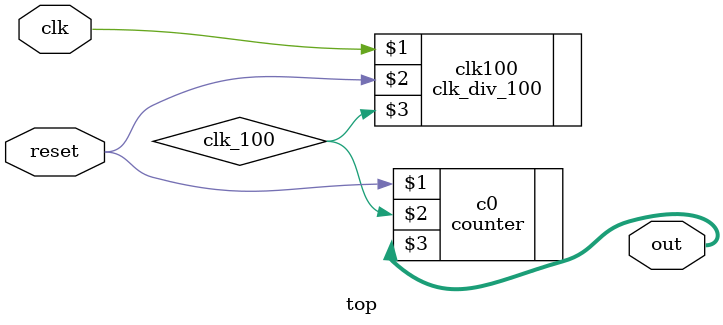
<source format=v>
`timescale 1ns / 1ps


module top(clk, reset, out);
input clk;
input reset;
output [15:0]out;

wire clk_100;
    
clk_div_100 clk100(clk, reset, clk_100);
counter c0(reset, clk_100, out);    
    
    
endmodule

</source>
